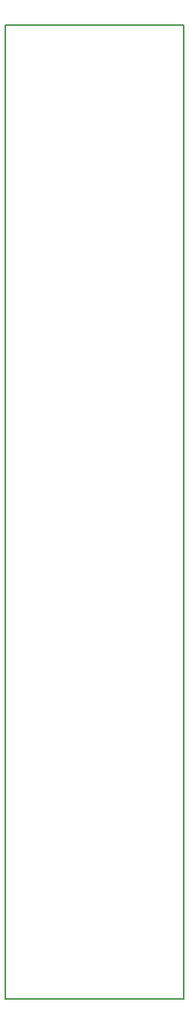
<source format=gbr>
%TF.GenerationSoftware,KiCad,Pcbnew,6.0.11-2627ca5db0~126~ubuntu22.04.1*%
%TF.CreationDate,2024-03-30T06:54:33+01:00*%
%TF.ProjectId,OTBreakOutV1,4f544272-6561-46b4-9f75-7456312e6b69,rev?*%
%TF.SameCoordinates,Original*%
%TF.FileFunction,Profile,NP*%
%FSLAX46Y46*%
G04 Gerber Fmt 4.6, Leading zero omitted, Abs format (unit mm)*
G04 Created by KiCad (PCBNEW 6.0.11-2627ca5db0~126~ubuntu22.04.1) date 2024-03-30 06:54:33*
%MOMM*%
%LPD*%
G01*
G04 APERTURE LIST*
%TA.AperFunction,Profile*%
%ADD10C,0.200000*%
%TD*%
G04 APERTURE END LIST*
D10*
X110000000Y-165000000D02*
X110000000Y-56500000D01*
X90000000Y-165000000D02*
X90000000Y-56500000D01*
X110000000Y-56500000D02*
X90000000Y-56500000D01*
X90000000Y-165000000D02*
X110000000Y-165000000D01*
M02*

</source>
